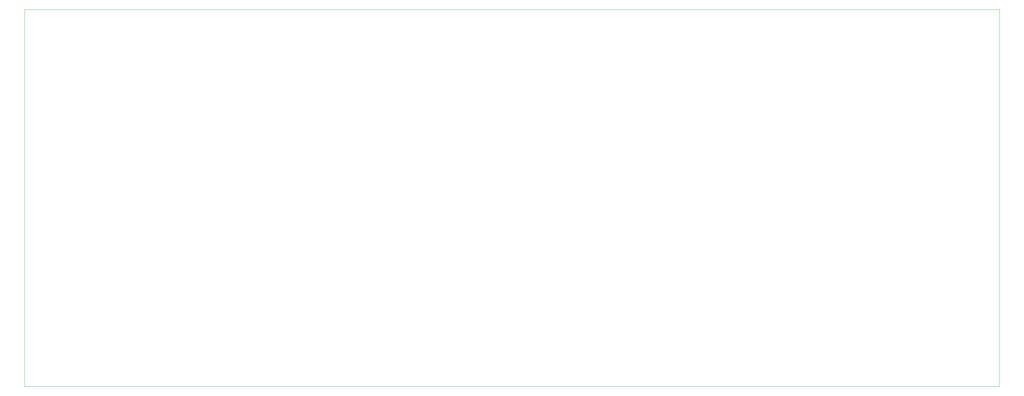
<source format=gbr>
%TF.GenerationSoftware,KiCad,Pcbnew,(5.1.9)-1*%
%TF.CreationDate,2021-03-14T17:48:21+01:00*%
%TF.ProjectId,mkb_01,6d6b625f-3031-42e6-9b69-6361645f7063,rev?*%
%TF.SameCoordinates,Original*%
%TF.FileFunction,Profile,NP*%
%FSLAX46Y46*%
G04 Gerber Fmt 4.6, Leading zero omitted, Abs format (unit mm)*
G04 Created by KiCad (PCBNEW (5.1.9)-1) date 2021-03-14 17:48:21*
%MOMM*%
%LPD*%
G01*
G04 APERTURE LIST*
%TA.AperFunction,Profile*%
%ADD10C,0.050000*%
%TD*%
G04 APERTURE END LIST*
D10*
X53000000Y-56000000D02*
X341000000Y-56000000D01*
X53000000Y-176000000D02*
X53000000Y-56000000D01*
X363000000Y-176000000D02*
X53000000Y-176000000D01*
X363000000Y-56000000D02*
X363000000Y-176000000D01*
X341000000Y-56000000D02*
X363000000Y-56000000D01*
M02*

</source>
